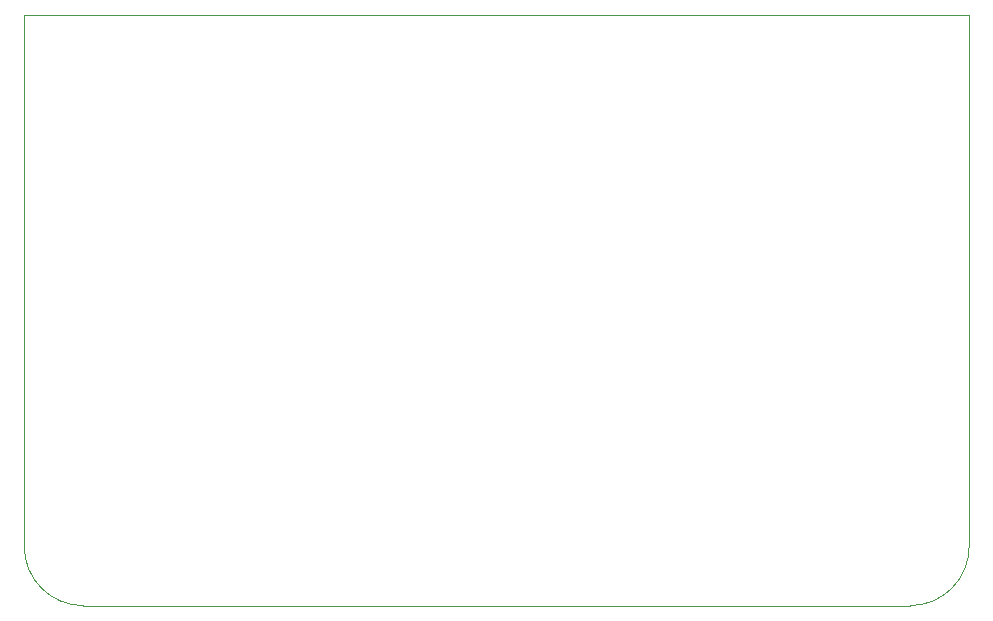
<source format=gbr>
G04 #@! TF.FileFunction,Profile,NP*
%FSLAX46Y46*%
G04 Gerber Fmt 4.6, Leading zero omitted, Abs format (unit mm)*
G04 Created by KiCad (PCBNEW 4.0.6-e0-6349~52~ubuntu17.04.1) date Sun Jul  9 19:24:51 2017*
%MOMM*%
%LPD*%
G01*
G04 APERTURE LIST*
%ADD10C,0.100000*%
G04 APERTURE END LIST*
D10*
X110000000Y-135000000D02*
X180000000Y-135000000D01*
X105000000Y-85000000D02*
X105000000Y-130000000D01*
X185000000Y-85000000D02*
X105000000Y-85000000D01*
X185000000Y-130000000D02*
X185000000Y-85000000D01*
X105000000Y-130000000D02*
G75*
G03X110000000Y-135000000I5000000J0D01*
G01*
X180000000Y-135000000D02*
G75*
G03X185000000Y-130000000I0J5000000D01*
G01*
M02*

</source>
